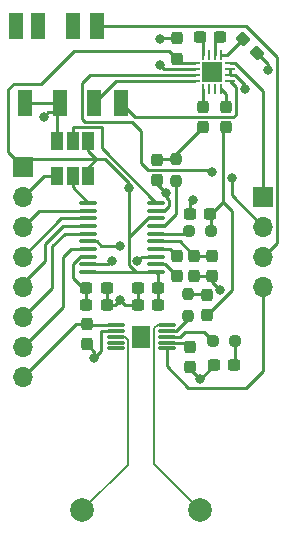
<source format=gtl>
%TF.GenerationSoftware,KiCad,Pcbnew,7.0.5*%
%TF.CreationDate,2025-04-07T23:35:03+08:00*%
%TF.ProjectId,audio-test-board,61756469-6f2d-4746-9573-742d626f6172,rev?*%
%TF.SameCoordinates,Original*%
%TF.FileFunction,Copper,L1,Top*%
%TF.FilePolarity,Positive*%
%FSLAX46Y46*%
G04 Gerber Fmt 4.6, Leading zero omitted, Abs format (unit mm)*
G04 Created by KiCad (PCBNEW 7.0.5) date 2025-04-07 23:35:03*
%MOMM*%
%LPD*%
G01*
G04 APERTURE LIST*
G04 Aperture macros list*
%AMRoundRect*
0 Rectangle with rounded corners*
0 $1 Rounding radius*
0 $2 $3 $4 $5 $6 $7 $8 $9 X,Y pos of 4 corners*
0 Add a 4 corners polygon primitive as box body*
4,1,4,$2,$3,$4,$5,$6,$7,$8,$9,$2,$3,0*
0 Add four circle primitives for the rounded corners*
1,1,$1+$1,$2,$3*
1,1,$1+$1,$4,$5*
1,1,$1+$1,$6,$7*
1,1,$1+$1,$8,$9*
0 Add four rect primitives between the rounded corners*
20,1,$1+$1,$2,$3,$4,$5,0*
20,1,$1+$1,$4,$5,$6,$7,0*
20,1,$1+$1,$6,$7,$8,$9,0*
20,1,$1+$1,$8,$9,$2,$3,0*%
G04 Aperture macros list end*
%TA.AperFunction,SMDPad,CuDef*%
%ADD10RoundRect,0.237500X-0.237500X0.300000X-0.237500X-0.300000X0.237500X-0.300000X0.237500X0.300000X0*%
%TD*%
%TA.AperFunction,SMDPad,CuDef*%
%ADD11R,1.000000X1.500000*%
%TD*%
%TA.AperFunction,SMDPad,CuDef*%
%ADD12RoundRect,0.237500X0.237500X-0.300000X0.237500X0.300000X-0.237500X0.300000X-0.237500X-0.300000X0*%
%TD*%
%TA.AperFunction,SMDPad,CuDef*%
%ADD13RoundRect,0.237500X-0.250000X-0.237500X0.250000X-0.237500X0.250000X0.237500X-0.250000X0.237500X0*%
%TD*%
%TA.AperFunction,SMDPad,CuDef*%
%ADD14RoundRect,0.237500X-0.300000X-0.237500X0.300000X-0.237500X0.300000X0.237500X-0.300000X0.237500X0*%
%TD*%
%TA.AperFunction,SMDPad,CuDef*%
%ADD15RoundRect,0.237500X0.250000X0.237500X-0.250000X0.237500X-0.250000X-0.237500X0.250000X-0.237500X0*%
%TD*%
%TA.AperFunction,SMDPad,CuDef*%
%ADD16R,1.200000X2.300000*%
%TD*%
%TA.AperFunction,SMDPad,CuDef*%
%ADD17RoundRect,0.237500X0.300000X0.237500X-0.300000X0.237500X-0.300000X-0.237500X0.300000X-0.237500X0*%
%TD*%
%TA.AperFunction,SMDPad,CuDef*%
%ADD18RoundRect,0.237500X-0.237500X0.250000X-0.237500X-0.250000X0.237500X-0.250000X0.237500X0.250000X0*%
%TD*%
%TA.AperFunction,SMDPad,CuDef*%
%ADD19RoundRect,0.237500X-0.380070X0.044194X0.044194X-0.380070X0.380070X-0.044194X-0.044194X0.380070X0*%
%TD*%
%TA.AperFunction,SMDPad,CuDef*%
%ADD20RoundRect,0.062500X0.350000X0.062500X-0.350000X0.062500X-0.350000X-0.062500X0.350000X-0.062500X0*%
%TD*%
%TA.AperFunction,SMDPad,CuDef*%
%ADD21RoundRect,0.062500X0.062500X0.350000X-0.062500X0.350000X-0.062500X-0.350000X0.062500X-0.350000X0*%
%TD*%
%TA.AperFunction,SMDPad,CuDef*%
%ADD22R,1.680000X1.680000*%
%TD*%
%TA.AperFunction,SMDPad,CuDef*%
%ADD23RoundRect,0.100000X0.637500X0.100000X-0.637500X0.100000X-0.637500X-0.100000X0.637500X-0.100000X0*%
%TD*%
%TA.AperFunction,ComponentPad*%
%ADD24C,2.000000*%
%TD*%
%TA.AperFunction,SMDPad,CuDef*%
%ADD25RoundRect,0.075000X0.650000X0.075000X-0.650000X0.075000X-0.650000X-0.075000X0.650000X-0.075000X0*%
%TD*%
%TA.AperFunction,SMDPad,CuDef*%
%ADD26R,1.570000X1.880000*%
%TD*%
%TA.AperFunction,ComponentPad*%
%ADD27R,1.700000X1.700000*%
%TD*%
%TA.AperFunction,ComponentPad*%
%ADD28O,1.700000X1.700000*%
%TD*%
%TA.AperFunction,ViaPad*%
%ADD29C,0.800000*%
%TD*%
%TA.AperFunction,Conductor*%
%ADD30C,0.250000*%
%TD*%
%TA.AperFunction,Conductor*%
%ADD31C,0.200000*%
%TD*%
G04 APERTURE END LIST*
D10*
%TO.P,C3,1*%
%TO.N,Net-(U3-BYPASS)*%
X175586800Y-125321100D03*
%TO.P,C3,2*%
%TO.N,GND*%
X175586800Y-127046100D03*
%TD*%
D11*
%TO.P,JP2,1,A*%
%TO.N,GND*%
X164336800Y-107883600D03*
%TO.P,JP2,2,C*%
%TO.N,Net-(JP2-C)*%
X165636800Y-107883600D03*
%TO.P,JP2,3,B*%
%TO.N,+3V3*%
X166936800Y-107883600D03*
%TD*%
D12*
%TO.P,C6,1*%
%TO.N,/DAC_OUT_R*%
X176636800Y-106746100D03*
%TO.P,C6,2*%
%TO.N,Net-(U2--IN_R)*%
X176636800Y-105021100D03*
%TD*%
D13*
%TO.P,R3,1*%
%TO.N,Net-(U1-OUTL)*%
X175524300Y-115553600D03*
%TO.P,R3,2*%
%TO.N,/DAC_OUT_L*%
X177349300Y-115553600D03*
%TD*%
D14*
%TO.P,C17,1*%
%TO.N,Net-(U1-LDOO)*%
X166786800Y-120333600D03*
%TO.P,C17,2*%
%TO.N,GND*%
X168511800Y-120333600D03*
%TD*%
D15*
%TO.P,R2,1*%
%TO.N,Net-(C1-Pad1)*%
X179349300Y-124883600D03*
%TO.P,R2,2*%
%TO.N,Net-(U3-IN+)*%
X177524300Y-124883600D03*
%TD*%
D16*
%TO.P,J2,R1*%
%TO.N,/PHONE_OUT_R*%
X167436800Y-104697600D03*
%TO.P,J2,R1N*%
%TO.N,unconnected-(J2-PadR1N)*%
X165636800Y-98197600D03*
%TO.P,J2,R2*%
%TO.N,GND*%
X164536800Y-104697600D03*
%TO.P,J2,R2N*%
%TO.N,N/C*%
X162736800Y-98197600D03*
%TO.P,J2,S*%
%TO.N,GND*%
X161636800Y-104697600D03*
%TO.P,J2,SN*%
%TO.N,N/C*%
X160836800Y-98197600D03*
%TO.P,J2,T*%
%TO.N,/PHONE_OUT_L*%
X169736800Y-104697600D03*
%TO.P,J2,TN*%
%TO.N,/PHONE_TIP*%
X167736800Y-98197600D03*
%TD*%
D10*
%TO.P,C4,1*%
%TO.N,+5V*%
X166836800Y-123421100D03*
%TO.P,C4,2*%
%TO.N,GND*%
X166836800Y-125146100D03*
%TD*%
%TO.P,C18,1*%
%TO.N,Net-(U1-VNEG)*%
X175936800Y-117621100D03*
%TO.P,C18,2*%
%TO.N,GND*%
X175936800Y-119346100D03*
%TD*%
%TO.P,C13,1*%
%TO.N,/DAC_OUT_R*%
X172796799Y-109529974D03*
%TO.P,C13,2*%
%TO.N,GND*%
X172796799Y-111254974D03*
%TD*%
D17*
%TO.P,C1,1*%
%TO.N,Net-(C1-Pad1)*%
X179299300Y-126883600D03*
%TO.P,C1,2*%
%TO.N,GND*%
X177574300Y-126883600D03*
%TD*%
D18*
%TO.P,R1,1*%
%TO.N,Net-(C2-Pad2)*%
X175436800Y-120883600D03*
%TO.P,R1,2*%
%TO.N,Net-(U3-IN-)*%
X175436800Y-122708600D03*
%TD*%
D14*
%TO.P,C15,1*%
%TO.N,Net-(U1-LDOO)*%
X166786800Y-121833600D03*
%TO.P,C15,2*%
%TO.N,GND*%
X168511800Y-121833600D03*
%TD*%
D12*
%TO.P,C14,1*%
%TO.N,Net-(U1-CAPP)*%
X174436800Y-119346100D03*
%TO.P,C14,2*%
%TO.N,Net-(U1-CAPM)*%
X174436800Y-117621100D03*
%TD*%
D17*
%TO.P,C12,1*%
%TO.N,/DAC_OUT_L*%
X177299300Y-114093600D03*
%TO.P,C12,2*%
%TO.N,GND*%
X175574300Y-114093600D03*
%TD*%
%TO.P,C8,1*%
%TO.N,Net-(U2-CN)*%
X178119300Y-99083600D03*
%TO.P,C8,2*%
%TO.N,Net-(U2-CP)*%
X176394300Y-99083600D03*
%TD*%
D19*
%TO.P,C7,1*%
%TO.N,Net-(U2-VSS)*%
X180067040Y-99263840D03*
%TO.P,C7,2*%
%TO.N,GND*%
X181286800Y-100483600D03*
%TD*%
D17*
%TO.P,C11,1*%
%TO.N,+3V3*%
X172882732Y-120333600D03*
%TO.P,C11,2*%
%TO.N,GND*%
X171157732Y-120333600D03*
%TD*%
D10*
%TO.P,C16,1*%
%TO.N,Net-(U1-VNEG)*%
X177436800Y-117621100D03*
%TO.P,C16,2*%
%TO.N,GND*%
X177436800Y-119346100D03*
%TD*%
D11*
%TO.P,JP3,1,A*%
%TO.N,GND*%
X164336800Y-110883600D03*
%TO.P,JP3,2,C*%
%TO.N,Net-(JP3-C)*%
X165636800Y-110883600D03*
%TO.P,JP3,3,B*%
%TO.N,+3V3*%
X166936800Y-110883600D03*
%TD*%
D18*
%TO.P,R4,1*%
%TO.N,/DAC_OUT_R*%
X174396799Y-109479974D03*
%TO.P,R4,2*%
%TO.N,Net-(U1-OUTR)*%
X174396799Y-111304974D03*
%TD*%
D20*
%TO.P,U2,1,OUT_L*%
%TO.N,/PHONE_OUT_L*%
X178919300Y-102833600D03*
%TO.P,U2,2,GND*%
%TO.N,GND*%
X178919300Y-102333600D03*
%TO.P,U2,3,GND*%
X178919300Y-101833600D03*
%TO.P,U2,4,MUTE_N*%
%TO.N,/MUTE_N*%
X178919300Y-101333600D03*
D21*
%TO.P,U2,5,VSS*%
%TO.N,Net-(U2-VSS)*%
X178206800Y-100621100D03*
%TO.P,U2,6,CN*%
%TO.N,Net-(U2-CN)*%
X177706800Y-100621100D03*
%TO.P,U2,7*%
%TO.N,N/C*%
X177206800Y-100621100D03*
%TO.P,U2,8,CP*%
%TO.N,Net-(U2-CP)*%
X176706800Y-100621100D03*
D20*
%TO.P,U2,9,VDD*%
%TO.N,+3V3*%
X175994300Y-101333600D03*
%TO.P,U2,10,GND*%
%TO.N,GND*%
X175994300Y-101833600D03*
%TO.P,U2,11,GAIN*%
%TO.N,/PHONE_GAIN*%
X175994300Y-102333600D03*
%TO.P,U2,12,OUT_R*%
%TO.N,/PHONE_OUT_R*%
X175994300Y-102833600D03*
D21*
%TO.P,U2,13,-IN_R*%
%TO.N,Net-(U2--IN_R)*%
X176706800Y-103546100D03*
%TO.P,U2,14*%
%TO.N,N/C*%
X177206800Y-103546100D03*
%TO.P,U2,15*%
X177706800Y-103546100D03*
%TO.P,U2,16,-IN_L*%
%TO.N,Net-(U2--IN_L)*%
X178206800Y-103546100D03*
D22*
%TO.P,U2,17*%
%TO.N,N/C*%
X177456800Y-102083600D03*
%TD*%
D17*
%TO.P,C10,1*%
%TO.N,+3V3*%
X172882732Y-121833600D03*
%TO.P,C10,2*%
%TO.N,GND*%
X171157732Y-121833600D03*
%TD*%
D23*
%TO.P,U1,1,CPVDD*%
%TO.N,+3V3*%
X172699300Y-119008600D03*
%TO.P,U1,2,CAPP*%
%TO.N,Net-(U1-CAPP)*%
X172699300Y-118358600D03*
%TO.P,U1,3,CPGND*%
%TO.N,GND*%
X172699300Y-117708600D03*
%TO.P,U1,4,CAPM*%
%TO.N,Net-(U1-CAPM)*%
X172699300Y-117058600D03*
%TO.P,U1,5,VNEG*%
%TO.N,Net-(U1-VNEG)*%
X172699300Y-116408600D03*
%TO.P,U1,6,OUTL*%
%TO.N,Net-(U1-OUTL)*%
X172699300Y-115758600D03*
%TO.P,U1,7,OUTR*%
%TO.N,Net-(U1-OUTR)*%
X172699300Y-115108600D03*
%TO.P,U1,8,AVDD*%
%TO.N,+3V3*%
X172699300Y-114458600D03*
%TO.P,U1,9,AGND*%
%TO.N,GND*%
X172699300Y-113808600D03*
%TO.P,U1,10,DEMP*%
%TO.N,Net-(JP2-C)*%
X172699300Y-113158600D03*
%TO.P,U1,11,FLT*%
%TO.N,Net-(JP3-C)*%
X166974300Y-113158600D03*
%TO.P,U1,12,SCK*%
%TO.N,/SCK*%
X166974300Y-113808600D03*
%TO.P,U1,13,BCK*%
%TO.N,/BCK*%
X166974300Y-114458600D03*
%TO.P,U1,14,DIN*%
%TO.N,/DIN*%
X166974300Y-115108600D03*
%TO.P,U1,15,LRCK*%
%TO.N,/LRCK*%
X166974300Y-115758600D03*
%TO.P,U1,16,FMT*%
%TO.N,Net-(JP1-C)*%
X166974300Y-116408600D03*
%TO.P,U1,17,XSMT*%
%TO.N,/XSMT*%
X166974300Y-117058600D03*
%TO.P,U1,18,LDOO*%
%TO.N,Net-(U1-LDOO)*%
X166974300Y-117708600D03*
%TO.P,U1,19,DGND*%
%TO.N,GND*%
X166974300Y-118358600D03*
%TO.P,U1,20,DVDD*%
%TO.N,+3V3*%
X166974300Y-119008600D03*
%TD*%
D12*
%TO.P,C2,1*%
%TO.N,/DAC_OUT_L*%
X177036800Y-122658600D03*
%TO.P,C2,2*%
%TO.N,Net-(C2-Pad2)*%
X177036800Y-120933600D03*
%TD*%
D24*
%TO.P,LS1,1,1*%
%TO.N,/SPK_OUT+*%
X176436800Y-139197600D03*
%TO.P,LS1,2,2*%
%TO.N,/SPK_OUT-*%
X166436800Y-139197600D03*
%TD*%
D12*
%TO.P,C9,1*%
%TO.N,+3V3*%
X174436800Y-100946100D03*
%TO.P,C9,2*%
%TO.N,GND*%
X174436800Y-99221100D03*
%TD*%
D25*
%TO.P,U3,1,SHUTDOWN_N*%
%TO.N,/SHUTDOWN_N*%
X173586800Y-125483600D03*
%TO.P,U3,2,BYPASS*%
%TO.N,Net-(U3-BYPASS)*%
X173586800Y-124983600D03*
%TO.P,U3,3,IN+*%
%TO.N,Net-(U3-IN+)*%
X173586800Y-124483600D03*
%TO.P,U3,4,IN-*%
%TO.N,Net-(U3-IN-)*%
X173586800Y-123983600D03*
%TO.P,U3,5,VO+*%
%TO.N,/SPK_OUT+*%
X173586800Y-123483600D03*
%TO.P,U3,6,VDD*%
%TO.N,+5V*%
X169286800Y-123483600D03*
%TO.P,U3,7,GND*%
%TO.N,GND*%
X169286800Y-123983600D03*
%TO.P,U3,8,VO-*%
%TO.N,/SPK_OUT-*%
X169286800Y-124483600D03*
%TO.P,U3,9*%
%TO.N,N/C*%
X169286800Y-124983600D03*
%TO.P,U3,10*%
X169286800Y-125483600D03*
D26*
%TO.P,U3,11*%
X171436800Y-124483600D03*
%TD*%
D12*
%TO.P,C5,1*%
%TO.N,/DAC_OUT_L*%
X178636800Y-106746100D03*
%TO.P,C5,2*%
%TO.N,Net-(U2--IN_L)*%
X178636800Y-105021100D03*
%TD*%
D27*
%TO.P,J3,1,Pin_1*%
%TO.N,/MUTE_N*%
X181756800Y-112623600D03*
D28*
%TO.P,J3,2,Pin_2*%
%TO.N,/PHONE_GAIN*%
X181756800Y-115163600D03*
%TO.P,J3,3,Pin_3*%
%TO.N,/PHONE_TIP*%
X181756800Y-117703600D03*
%TO.P,J3,4,Pin_4*%
%TO.N,/SHUTDOWN_N*%
X181756800Y-120243600D03*
%TD*%
D27*
%TO.P,J1,1,Pin_1*%
%TO.N,+3V3*%
X161436800Y-110083600D03*
D28*
%TO.P,J1,2,Pin_2*%
%TO.N,GND*%
X161436800Y-112623600D03*
%TO.P,J1,3,Pin_3*%
%TO.N,/SCK*%
X161436800Y-115163600D03*
%TO.P,J1,4,Pin_4*%
%TO.N,/BCK*%
X161436800Y-117703600D03*
%TO.P,J1,5,Pin_5*%
%TO.N,/DIN*%
X161436800Y-120243600D03*
%TO.P,J1,6,Pin_6*%
%TO.N,/LRCK*%
X161436800Y-122783600D03*
%TO.P,J1,7,Pin_7*%
%TO.N,/XSMT*%
X161436800Y-125323600D03*
%TO.P,J1,8,Pin_8*%
%TO.N,+5V*%
X161436800Y-127863600D03*
%TD*%
D29*
%TO.N,+3V3*%
X170385259Y-111883600D03*
%TO.N,GND*%
X175836800Y-112883600D03*
X163186800Y-105883600D03*
X176436800Y-128083600D03*
X182207300Y-101883600D03*
X171110259Y-118083600D03*
X173036800Y-101483600D03*
X173036800Y-99283600D03*
X178108927Y-120570609D03*
X180236800Y-103483600D03*
X173573745Y-112346655D03*
X168936800Y-118083600D03*
X167436800Y-126283600D03*
X169661800Y-121408600D03*
%TO.N,Net-(JP1-C)*%
X169660759Y-116783600D03*
%TO.N,/PHONE_GAIN*%
X179089880Y-111083600D03*
X177436800Y-110583600D03*
%TD*%
D30*
%TO.N,/PHONE_GAIN*%
X175955300Y-102372600D02*
X167078800Y-102372600D01*
X175994300Y-102333600D02*
X175955300Y-102372600D01*
X167078800Y-102372600D02*
X166436800Y-103014600D01*
X166436800Y-103014600D02*
X166436800Y-106033600D01*
%TO.N,+3V3*%
X166936800Y-108783600D02*
X167636800Y-109483600D01*
X172882732Y-119192032D02*
X172699300Y-119008600D01*
X172882732Y-121833600D02*
X172882732Y-120333600D01*
X166936800Y-110183600D02*
X167636800Y-109483600D01*
X170385259Y-118383905D02*
X171009954Y-119008600D01*
X161436800Y-110083600D02*
X162036800Y-109483600D01*
X172010759Y-114458600D02*
X170385259Y-116084100D01*
X160186800Y-103533600D02*
X160186800Y-108833600D01*
X166936800Y-110883600D02*
X166936800Y-110183600D01*
X173774300Y-100283600D02*
X165736800Y-100283600D01*
X160636800Y-103083600D02*
X160186800Y-103533600D01*
X170436800Y-119008600D02*
X171436800Y-119008600D01*
X171009954Y-119008600D02*
X172699300Y-119008600D01*
X166974300Y-119008600D02*
X170436800Y-119008600D01*
X162036800Y-109483600D02*
X167636800Y-109483600D01*
X166936800Y-107883600D02*
X166936800Y-108783600D01*
X172699300Y-114458600D02*
X172010759Y-114458600D01*
X171436800Y-119008600D02*
X172699300Y-119008600D01*
X170385259Y-111883600D02*
X170385259Y-116084100D01*
X162936800Y-103083600D02*
X160636800Y-103083600D01*
X165736800Y-100283600D02*
X162936800Y-103083600D01*
X160186800Y-108833600D02*
X161436800Y-110083600D01*
X167636800Y-109483600D02*
X168385260Y-109483600D01*
X170385259Y-111483600D02*
X170385259Y-111883600D01*
X174824300Y-101333600D02*
X174436800Y-100946100D01*
X172882732Y-120333600D02*
X172882732Y-119192032D01*
X170385259Y-116084100D02*
X170385259Y-118383905D01*
X175994300Y-101333600D02*
X174824300Y-101333600D01*
X174436800Y-100946100D02*
X173774300Y-100283600D01*
X168385260Y-109483600D02*
X170385259Y-111483600D01*
%TO.N,Net-(U1-CAPP)*%
X173449300Y-118358600D02*
X174436800Y-119346100D01*
X172699300Y-118358600D02*
X173449300Y-118358600D01*
%TO.N,GND*%
X161636800Y-104697600D02*
X164536800Y-104697600D01*
X167999300Y-125721100D02*
X167436800Y-126283600D01*
X173099300Y-99221100D02*
X173036800Y-99283600D01*
X169661800Y-121408600D02*
X169236800Y-121833600D01*
X164472800Y-105483600D02*
X164536800Y-105419600D01*
X172796799Y-111569709D02*
X172796799Y-111254974D01*
X175936800Y-119346100D02*
X177399300Y-119346100D01*
X177399300Y-119346100D02*
X177436800Y-119308600D01*
X167999300Y-123983600D02*
X169286800Y-123983600D01*
X175574300Y-113146100D02*
X175836800Y-112883600D01*
X179379808Y-102333600D02*
X180236800Y-103190592D01*
X167436800Y-125746100D02*
X166836800Y-125146100D01*
X168511800Y-120333600D02*
X168511800Y-121833600D01*
X173761800Y-112882559D02*
X173761800Y-113434641D01*
X167999300Y-123983600D02*
X167999300Y-125721100D01*
X170086800Y-121833600D02*
X171157732Y-121833600D01*
X177436800Y-119898482D02*
X178108927Y-120570609D01*
X173573745Y-112694504D02*
X173761800Y-112882559D01*
X173761800Y-113434641D02*
X173387841Y-113808600D01*
X173573745Y-112346655D02*
X172796799Y-111569709D01*
X173387841Y-113808600D02*
X172699300Y-113808600D01*
X164536800Y-105419600D02*
X164536800Y-104697600D01*
X175561801Y-127208601D02*
X175561801Y-127071099D01*
X177436800Y-119308600D02*
X177436800Y-119898482D01*
X163176800Y-110883600D02*
X164336800Y-110883600D01*
X175994300Y-101833600D02*
X173386800Y-101833600D01*
X161436800Y-112623600D02*
X163176800Y-110883600D01*
X168661800Y-118358600D02*
X168936800Y-118083600D01*
X167436800Y-126283600D02*
X167436800Y-125746100D01*
X178919300Y-101833600D02*
X178919300Y-102333600D01*
X176436800Y-128083600D02*
X175561801Y-127208601D01*
X180236800Y-103190592D02*
X180236800Y-103483600D01*
X182207300Y-101883600D02*
X182207300Y-101404100D01*
X178919300Y-102333600D02*
X179379808Y-102333600D01*
X169661800Y-121408600D02*
X170086800Y-121833600D01*
X182207300Y-101404100D02*
X181286800Y-100483600D01*
X177574300Y-126883600D02*
X177574300Y-126946100D01*
X177574300Y-126946100D02*
X176436800Y-128083600D01*
X169236800Y-121833600D02*
X168511800Y-121833600D01*
X175574300Y-114093600D02*
X175574300Y-113146100D01*
X163586800Y-105483600D02*
X164472800Y-105483600D01*
X171157732Y-120333600D02*
X171157732Y-121833600D01*
X163186800Y-105883600D02*
X163586800Y-105483600D01*
X173573745Y-112346655D02*
X173573745Y-112694504D01*
X166974300Y-118358600D02*
X168661800Y-118358600D01*
X171485259Y-117708600D02*
X171110259Y-118083600D01*
X164336800Y-105619600D02*
X164472800Y-105483600D01*
X174436800Y-99221100D02*
X173099300Y-99221100D01*
X164336800Y-107883600D02*
X164336800Y-105619600D01*
X172699300Y-117708600D02*
X171485259Y-117708600D01*
X175561801Y-127071099D02*
X175586800Y-127046100D01*
X173386800Y-101833600D02*
X173036800Y-101483600D01*
%TO.N,Net-(U1-CAPM)*%
X173874300Y-117058600D02*
X174436800Y-117621100D01*
X172699300Y-117058600D02*
X173874300Y-117058600D01*
%TO.N,Net-(U1-VNEG)*%
X175936800Y-117621100D02*
X177399300Y-117621100D01*
X172699300Y-116408600D02*
X174724300Y-116408600D01*
X174724300Y-116408600D02*
X175936800Y-117621100D01*
X177399300Y-117621100D02*
X177436800Y-117583600D01*
%TO.N,Net-(U1-OUTL)*%
X175319300Y-115758600D02*
X175524300Y-115553600D01*
X172699300Y-115758600D02*
X175319300Y-115758600D01*
%TO.N,Net-(U1-OUTR)*%
X174396799Y-111304974D02*
X174396799Y-114099642D01*
X173387841Y-115108600D02*
X172699300Y-115108600D01*
X174396799Y-114099642D02*
X173387841Y-115108600D01*
%TO.N,Net-(JP2-C)*%
X172699300Y-113146100D02*
X172699300Y-113158600D01*
X165686800Y-106733600D02*
X168086800Y-106733600D01*
X168086800Y-108533600D02*
X172699300Y-113146100D01*
X168086800Y-106733600D02*
X168086800Y-108533600D01*
X165636800Y-106783600D02*
X165686800Y-106733600D01*
X165636800Y-107883600D02*
X165636800Y-106783600D01*
%TO.N,Net-(JP3-C)*%
X165636800Y-110883600D02*
X165636800Y-111821100D01*
X165636800Y-111821100D02*
X166974300Y-113158600D01*
%TO.N,/SCK*%
X162791800Y-113808600D02*
X166974300Y-113808600D01*
X161436800Y-115163600D02*
X162791800Y-113808600D01*
%TO.N,/BCK*%
X161436800Y-117703600D02*
X164681800Y-114458600D01*
X164681800Y-114458600D02*
X166974300Y-114458600D01*
%TO.N,/DIN*%
X163273780Y-116646620D02*
X164811800Y-115108600D01*
X161436800Y-119957559D02*
X163273780Y-118120580D01*
X161436800Y-120243600D02*
X161436800Y-119957559D01*
X163273780Y-118120580D02*
X163273780Y-116646620D01*
X164811800Y-115108600D02*
X166974300Y-115108600D01*
%TO.N,/LRCK*%
X163886800Y-120333600D02*
X163886800Y-116833600D01*
X163886800Y-116833600D02*
X164961800Y-115758600D01*
X161436800Y-122783600D02*
X163886800Y-120333600D01*
X164961800Y-115758600D02*
X166974300Y-115758600D01*
%TO.N,Net-(JP1-C)*%
X168036800Y-116782559D02*
X167662841Y-116408600D01*
X169659718Y-116782559D02*
X168036800Y-116782559D01*
X169660759Y-116783600D02*
X169659718Y-116782559D01*
X167662841Y-116408600D02*
X166974300Y-116408600D01*
%TO.N,/MUTE_N*%
X181756800Y-103710592D02*
X181756800Y-112623600D01*
X179379808Y-101333600D02*
X181756800Y-103710592D01*
X178919300Y-101333600D02*
X179379808Y-101333600D01*
%TO.N,Net-(U1-LDOO)*%
X165636800Y-118357558D02*
X166285759Y-117708600D01*
X166786800Y-120333600D02*
X166486800Y-120333600D01*
X166486800Y-120333600D02*
X165636800Y-119483600D01*
X166786800Y-120333600D02*
X166786800Y-121833600D01*
X166285759Y-117708600D02*
X166974300Y-117708600D01*
X165636800Y-119483600D02*
X165636800Y-118357558D01*
%TO.N,/SHUTDOWN_N*%
X173586800Y-125483600D02*
X173586800Y-126958600D01*
X180311800Y-128808600D02*
X181756800Y-127363600D01*
X181756800Y-127363600D02*
X181756800Y-120243600D01*
X173586800Y-126958600D02*
X175436800Y-128808600D01*
X175436800Y-128808600D02*
X180311800Y-128808600D01*
%TO.N,Net-(U3-BYPASS)*%
X175249300Y-124983600D02*
X173586800Y-124983600D01*
X175586800Y-125321100D02*
X175249300Y-124983600D01*
%TO.N,Net-(U3-IN+)*%
X174736800Y-124483600D02*
X173586800Y-124483600D01*
X176724300Y-124083600D02*
X177524300Y-124883600D01*
X176724300Y-124083600D02*
X175136800Y-124083600D01*
X175136800Y-124083600D02*
X174736800Y-124483600D01*
%TO.N,Net-(U3-IN-)*%
X174427485Y-123983600D02*
X175436800Y-122974285D01*
X173586800Y-123983600D02*
X174427485Y-123983600D01*
X175436800Y-122974285D02*
X175436800Y-122708600D01*
D31*
%TO.N,/SPK_OUT+*%
X172521800Y-124083600D02*
X172521800Y-135282600D01*
X172831470Y-123483600D02*
X172521800Y-123793270D01*
X172521800Y-123793270D02*
X172521800Y-124083600D01*
X172521800Y-135282600D02*
X176436800Y-139197600D01*
X173586800Y-123483600D02*
X172831470Y-123483600D01*
D30*
%TO.N,+5V*%
X169286800Y-123483600D02*
X166899300Y-123483600D01*
X166899300Y-123483600D02*
X166836800Y-123421100D01*
X165879300Y-123421100D02*
X161436800Y-127863600D01*
X166836800Y-123421100D02*
X165879300Y-123421100D01*
D31*
%TO.N,/SPK_OUT-*%
X170311800Y-135322600D02*
X166436800Y-139197600D01*
X170042130Y-124483600D02*
X170311800Y-124753270D01*
X170311800Y-124753270D02*
X170311800Y-125083600D01*
X170311800Y-125083600D02*
X170311800Y-135322600D01*
X169286800Y-124483600D02*
X170042130Y-124483600D01*
D30*
%TO.N,Net-(C1-Pad1)*%
X179349300Y-124883600D02*
X179349300Y-126833600D01*
X179349300Y-126833600D02*
X179299300Y-126883600D01*
%TO.N,/DAC_OUT_L*%
X178365380Y-113083600D02*
X178365380Y-107017520D01*
X179161800Y-113880020D02*
X179161800Y-120543042D01*
X177349300Y-115553600D02*
X177349300Y-114143600D01*
X177355380Y-114093600D02*
X178365380Y-113083600D01*
X177046241Y-122658600D02*
X179165380Y-120539461D01*
X177036800Y-122658600D02*
X177046241Y-122658600D01*
X178365380Y-107017520D02*
X178636800Y-106746100D01*
X178365380Y-113083600D02*
X179161800Y-113880020D01*
%TO.N,Net-(C2-Pad2)*%
X175436800Y-120883600D02*
X176986800Y-120883600D01*
X176986800Y-120883600D02*
X177036800Y-120933600D01*
%TO.N,Net-(U2--IN_L)*%
X178636800Y-103976100D02*
X178206800Y-103546100D01*
X178636800Y-105021100D02*
X178636800Y-103976100D01*
%TO.N,/DAC_OUT_R*%
X174396799Y-108986101D02*
X176636800Y-106746100D01*
X174396799Y-109479974D02*
X172846799Y-109479974D01*
X174396799Y-109479974D02*
X174396799Y-108986101D01*
X172846799Y-109479974D02*
X172796799Y-109529974D01*
%TO.N,Net-(U2--IN_R)*%
X176636800Y-103616100D02*
X176706800Y-103546100D01*
X176636800Y-105021100D02*
X176636800Y-103616100D01*
%TO.N,Net-(U2-VSS)*%
X178709780Y-100621100D02*
X180067040Y-99263840D01*
X178206800Y-100621100D02*
X178709780Y-100621100D01*
%TO.N,Net-(U2-CN)*%
X177706800Y-100621100D02*
X177706800Y-99496100D01*
X177706800Y-99496100D02*
X178119300Y-99083600D01*
%TO.N,Net-(U2-CP)*%
X176706800Y-99396100D02*
X176394300Y-99083600D01*
X176706800Y-100621100D02*
X176706800Y-99396100D01*
%TO.N,/PHONE_OUT_R*%
X175994300Y-102833600D02*
X169300800Y-102833600D01*
X169300800Y-102833600D02*
X167436800Y-104697600D01*
%TO.N,/PHONE_OUT_L*%
X179236800Y-105883600D02*
X170922800Y-105883600D01*
X178919300Y-102833600D02*
X179436800Y-103351100D01*
X170922800Y-105883600D02*
X169736800Y-104697600D01*
X179436800Y-103351100D02*
X179436800Y-105683600D01*
X179436800Y-105683600D02*
X179236800Y-105883600D01*
%TO.N,/PHONE_TIP*%
X182931800Y-100778600D02*
X182931800Y-116528600D01*
X180350800Y-98197600D02*
X182931800Y-100778600D01*
X167736800Y-98197600D02*
X180350800Y-98197600D01*
X182931800Y-116528600D02*
X181756800Y-117703600D01*
%TO.N,/PHONE_GAIN*%
X166436800Y-106033600D02*
X166686800Y-106283600D01*
X171436800Y-107083600D02*
X171436800Y-109792474D01*
X179089880Y-111083600D02*
X179089880Y-112496680D01*
X172036800Y-110392474D02*
X177245674Y-110392474D01*
X171436800Y-109792474D02*
X172036800Y-110392474D01*
X179089880Y-112496680D02*
X181756800Y-115163600D01*
X177245674Y-110392474D02*
X177436800Y-110583600D01*
X170636800Y-106283600D02*
X171436800Y-107083600D01*
X166686800Y-106283600D02*
X170636800Y-106283600D01*
%TO.N,/XSMT*%
X165461800Y-117058600D02*
X164786800Y-117733600D01*
X164786800Y-117733600D02*
X164786800Y-121973600D01*
X166974300Y-117058600D02*
X165461800Y-117058600D01*
X164786800Y-121973600D02*
X161436800Y-125323600D01*
%TD*%
M02*

</source>
